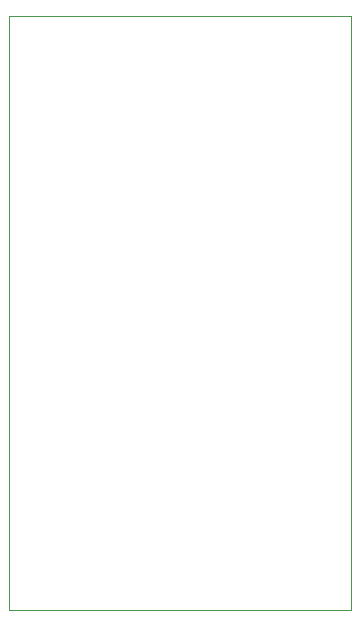
<source format=gbr>
%TF.GenerationSoftware,KiCad,Pcbnew,9.0.1+1*%
%TF.CreationDate,2025-05-03T16:11:17-04:00*%
%TF.ProjectId,lg_hvac_esp32,6c675f68-7661-4635-9f65-737033322e6b,rev?*%
%TF.SameCoordinates,Original*%
%TF.FileFunction,Profile,NP*%
%FSLAX46Y46*%
G04 Gerber Fmt 4.6, Leading zero omitted, Abs format (unit mm)*
G04 Created by KiCad (PCBNEW 9.0.1+1) date 2025-05-03 16:11:17*
%MOMM*%
%LPD*%
G01*
G04 APERTURE LIST*
%TA.AperFunction,Profile*%
%ADD10C,0.100000*%
%TD*%
G04 APERTURE END LIST*
D10*
X64008000Y-32512000D02*
X64008000Y-82804000D01*
X64008000Y-82804000D02*
X35052000Y-82804000D01*
X35052000Y-82804000D02*
X35052000Y-32512000D01*
X35052000Y-32512000D02*
X64008000Y-32512000D01*
M02*

</source>
